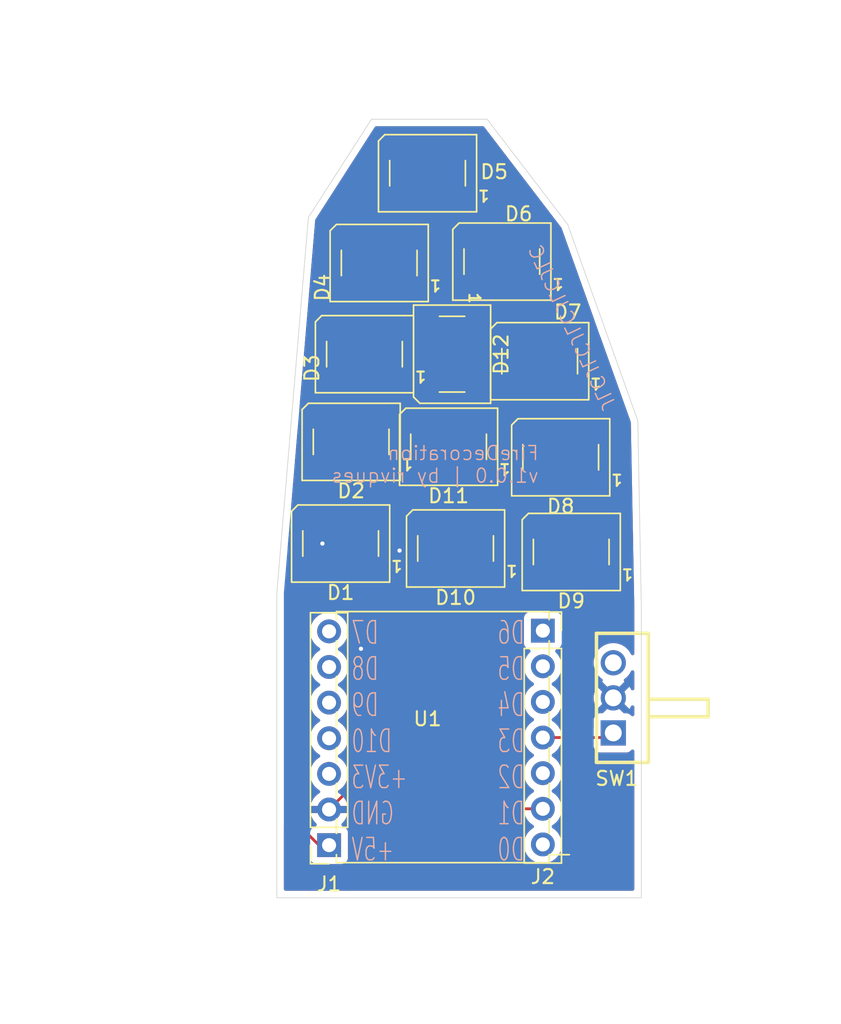
<source format=kicad_pcb>
(kicad_pcb (version 20241129) (generator "pcbnew") (generator_version "8.99")
  (title_block (title "Fire Decoration") (rev "0"))
  (layers (0 "F.Cu" signal) (2 "B.Cu" signal) (13 "F.Paste" user) (15 "B.Paste" user) (5 "F.SilkS" user "F.Silkscreen") (7 "B.SilkS" user "B.Silkscreen") (1 "F.Mask" user) (3 "B.Mask" user) (25 "Edge.Cuts" user))
  (net 0 "")
  (net 1 "GND")
  (net 2 "/D1")
  (net 3 "+5V")
  (net 4 "Net-(D1-DOUT)")
  (net 5 "Net-(D2-DOUT)")
  (net 6 "Net-(D3-DOUT)")
  (net 7 "Net-(D4-DOUT)")
  (net 8 "Net-(D5-DOUT)")
  (net 9 "Net-(D6-DOUT)")
  (net 10 "Net-(D7-DOUT)")
  (net 11 "Net-(D8-DOUT)")
  (net 12 "Net-(D10-DIN)")
  (net 13 "Net-(D10-DOUT)")
  (net 14 "Net-(D11-DOUT)")
  (net 16 "/D9")
  (net 17 "+3V3")
  (net 18 "/D8")
  (net 19 "/D10")
  (net 20 "/D7")
  (net 21 "/D2")
  (net 22 "/D4")
  (net 23 "/D5")
  (net 24 "/D0")
  (net 25 "/D6")
  (net 26 "/D3")
  (footprint "LED_SMD:LED_WS2812B_PLCC4_5.0x5.0mm_P3.2mm" (layer "F.Cu") (at 119 90.1 180)
    (property "Reference" "D8" (at 0 -3.5 0) (layer "F.SilkS"))
    (property "Value" "WS2812B")
    (fp_line (start 3.5 2.3) (end 3.5 -2.75) (stroke (width 0.12)) (layer "F.SilkS"))
    (fp_line (start 3.05 2.75) (end 3.5 2.3) (stroke (width 0.12)) (layer "F.SilkS"))
    (fp_line (start 2.7 0.9) (end 2.7 -0.9) (stroke (width 0.12)) (layer "F.SilkS"))
    (fp_line (start -2.7 0.9) (end -2.7 -0.9) (stroke (width 0.12)) (layer "F.SilkS"))
    (fp_line (start -3.5 2.75) (end 3.05 2.75) (stroke (width 0.12)) (layer "F.SilkS"))
    (fp_line (start -3.5 -2.75) (end 3.5 -2.75) (stroke (width 0.12)) (layer "F.SilkS"))
    (fp_line (start -3.5 -2.75) (end -3.5 2.75) (stroke (width 0.12)) (layer "F.SilkS"))
    (fp_text user "1" (at -4 -1.6 180) (layer "F.SilkS") (effects (font (size 0.8 0.8))))
    (pad "1" smd roundrect (at -2.45 -1.65 180) (size 1.5 0.9) (layers "F.Cu" "F.Mask" "F.Paste") (roundrect_rratio 0.1) (net 3 "+5V"))
    (pad "2" smd roundrect (at -2.45 1.65 180) (size 1.5 0.9) (layers "F.Cu" "F.Mask" "F.Paste") (roundrect_rratio 0.1) (net 11 "Net-(D8-DOUT)"))
    (pad "3" smd roundrect (at 2.45 1.65 180) (size 1.5 0.9) (layers "F.Cu" "F.Mask" "F.Paste") (roundrect_rratio 0.1) (net 1 "GND"))
    (pad "4" smd roundrect (at 2.45 -1.65 180) (size 1.5 0.9) (layers "F.Cu" "F.Mask" "F.Paste") (roundrect_rratio 0.1) (net 10 "Net-(D7-DOUT)"))
  )
  (footprint "LED_SMD:LED_WS2812B_PLCC4_5.0x5.0mm_P3.2mm" (layer "F.Cu") (at 111.25 82.75 -90)
    (property "Reference" "D12" (at 0 -3.5 90) (layer "F.SilkS"))
    (property "Value" "WS2812B")
    (fp_line (start -3.5 2.75) (end 3.05 2.75) (stroke (width 0.12)) (layer "F.SilkS"))
    (fp_line (start 3.05 2.75) (end 3.5 2.3) (stroke (width 0.12)) (layer "F.SilkS"))
    (fp_line (start 3.5 2.3) (end 3.5 -2.75) (stroke (width 0.12)) (layer "F.SilkS"))
    (fp_line (start -2.7 0.9) (end -2.7 -0.9) (stroke (width 0.12)) (layer "F.SilkS"))
    (fp_line (start 2.7 0.9) (end 2.7 -0.9) (stroke (width 0.12)) (layer "F.SilkS"))
    (fp_line (start -3.5 -2.75) (end -3.5 2.75) (stroke (width 0.12)) (layer "F.SilkS"))
    (fp_line (start -3.5 -2.75) (end 3.5 -2.75) (stroke (width 0.12)) (layer "F.SilkS"))
    (fp_text user "1" (at -4 -1.6 -90) (layer "F.SilkS") (effects (font (size 0.8 0.8))))
    (pad "1" smd roundrect (at -2.45 -1.65 270) (size 1.5 0.9) (layers "F.Cu" "F.Mask" "F.Paste") (roundrect_rratio 0.1) (net 3 "+5V"))
    (pad "2" smd roundrect (at -2.45 1.65 270) (size 1.5 0.9) (layers "F.Cu" "F.Mask" "F.Paste") (roundrect_rratio 0.1))
    (pad "3" smd roundrect (at 2.45 1.65 270) (size 1.5 0.9) (layers "F.Cu" "F.Mask" "F.Paste") (roundrect_rratio 0.1) (net 1 "GND"))
    (pad "4" smd roundrect (at 2.45 -1.65 270) (size 1.5 0.9) (layers "F.Cu" "F.Mask" "F.Paste") (roundrect_rratio 0.1) (net 14 "Net-(D11-DOUT)"))
  )
  (footprint "LED_SMD:LED_WS2812B_PLCC4_5.0x5.0mm_P3.2mm" (layer "F.Cu") (at 105 82.75 180)
    (property "Reference" "D3" (at 3.75 -1 90) (layer "F.SilkS"))
    (property "Value" "WS2812B")
    (fp_line (start 3.5 2.3) (end 3.5 -2.75) (stroke (width 0.12)) (layer "F.SilkS"))
    (fp_line (start 3.05 2.75) (end 3.5 2.3) (stroke (width 0.12)) (layer "F.SilkS"))
    (fp_line (start 2.7 0.9) (end 2.7 -0.9) (stroke (width 0.12)) (layer "F.SilkS"))
    (fp_line (start -2.7 0.9) (end -2.7 -0.9) (stroke (width 0.12)) (layer "F.SilkS"))
    (fp_line (start -3.5 2.75) (end 3.05 2.75) (stroke (width 0.12)) (layer "F.SilkS"))
    (fp_line (start -3.5 -2.75) (end 3.5 -2.75) (stroke (width 0.12)) (layer "F.SilkS"))
    (fp_line (start -3.5 -2.75) (end -3.5 2.75) (stroke (width 0.12)) (layer "F.SilkS"))
    (fp_text user "1" (at -4 -1.6 180) (layer "F.SilkS") (effects (font (size 0.8 0.8))))
    (pad "1" smd roundrect (at -2.45 -1.65 180) (size 1.5 0.9) (layers "F.Cu" "F.Mask" "F.Paste") (roundrect_rratio 0.1) (net 3 "+5V"))
    (pad "2" smd roundrect (at -2.45 1.65 180) (size 1.5 0.9) (layers "F.Cu" "F.Mask" "F.Paste") (roundrect_rratio 0.1) (net 6 "Net-(D3-DOUT)"))
    (pad "3" smd roundrect (at 2.45 1.65 180) (size 1.5 0.9) (layers "F.Cu" "F.Mask" "F.Paste") (roundrect_rratio 0.1) (net 1 "GND"))
    (pad "4" smd roundrect (at 2.45 -1.65 180) (size 1.5 0.9) (layers "F.Cu" "F.Mask" "F.Paste") (roundrect_rratio 0.1) (net 5 "Net-(D2-DOUT)"))
  )
  (footprint "Connector_PinSocket_2.54mm:PinSocket_1x07_P2.54mm_Vertical" (layer "F.Cu") (at 102.475 117.75 180)
    (property "Reference" "J1" (at 0 -2.77 0) (layer "F.SilkS"))
    (property "Value" "Conn_01x07")
    (fp_line (start 1.33 1.27) (end 1.33 16.57) (stroke (width 0.12)) (layer "F.SilkS"))
    (fp_line (start 1.33 -1.33) (end 1.33 0) (stroke (width 0.12)) (layer "F.SilkS"))
    (fp_line (start 0 -1.33) (end 1.33 -1.33) (stroke (width 0.12)) (layer "F.SilkS"))
    (fp_line (start -1.33 16.57) (end 1.33 16.57) (stroke (width 0.12)) (layer "F.SilkS"))
    (fp_line (start -1.33 1.27) (end 1.33 1.27) (stroke (width 0.12)) (layer "F.SilkS"))
    (fp_line (start -1.33 1.27) (end -1.33 16.57) (stroke (width 0.12)) (layer "F.SilkS"))
    (pad "1" thru_hole rect (at 0 0 180) (size 1.7 1.7) (drill 1) (layers "*.Cu" "*.Mask") (net 3 "+5V"))
    (pad "2" thru_hole oval (at 0 2.54 180) (size 1.7 1.7) (drill 1) (layers "*.Cu" "*.Mask") (net 1 "GND"))
    (pad "3" thru_hole oval (at 0 5.08 180) (size 1.7 1.7) (drill 1) (layers "*.Cu" "*.Mask") (net 17 "+3V3"))
    (pad "4" thru_hole oval (at 0 7.62 180) (size 1.7 1.7) (drill 1) (layers "*.Cu" "*.Mask") (net 19 "/D10"))
    (pad "5" thru_hole oval (at 0 10.16 180) (size 1.7 1.7) (drill 1) (layers "*.Cu" "*.Mask") (net 16 "/D9"))
    (pad "6" thru_hole oval (at 0 12.7 180) (size 1.7 1.7) (drill 1) (layers "*.Cu" "*.Mask") (net 18 "/D8"))
    (pad "7" thru_hole oval (at 0 15.24 180) (size 1.7 1.7) (drill 1) (layers "*.Cu" "*.Mask") (net 20 "/D7"))
  )
  (footprint "LED_SMD:LED_WS2812B_PLCC4_5.0x5.0mm_P3.2mm" (layer "F.Cu") (at 106.05 76.25 180)
    (property "Reference" "D4" (at 4.05 -1.75 90) (layer "F.SilkS"))
    (property "Value" "WS2812B")
    (fp_line (start 3.5 2.3) (end 3.5 -2.75) (stroke (width 0.12)) (layer "F.SilkS"))
    (fp_line (start 3.05 2.75) (end 3.5 2.3) (stroke (width 0.12)) (layer "F.SilkS"))
    (fp_line (start 2.7 0.9) (end 2.7 -0.9) (stroke (width 0.12)) (layer "F.SilkS"))
    (fp_line (start -2.7 0.9) (end -2.7 -0.9) (stroke (width 0.12)) (layer "F.SilkS"))
    (fp_line (start -3.5 2.75) (end 3.05 2.75) (stroke (width 0.12)) (layer "F.SilkS"))
    (fp_line (start -3.5 -2.75) (end 3.5 -2.75) (stroke (width 0.12)) (layer "F.SilkS"))
    (fp_line (start -3.5 -2.75) (end -3.5 2.75) (stroke (width 0.12)) (layer "F.SilkS"))
    (fp_text user "1" (at -4 -1.6 180) (layer "F.SilkS") (effects (font (size 0.8 0.8))))
    (pad "1" smd roundrect (at -2.45 -1.65 180) (size 1.5 0.9) (layers "F.Cu" "F.Mask" "F.Paste") (roundrect_rratio 0.1) (net 3 "+5V"))
    (pad "2" smd roundrect (at -2.45 1.65 180) (size 1.5 0.9) (layers "F.Cu" "F.Mask" "F.Paste") (roundrect_rratio 0.1) (net 7 "Net-(D4-DOUT)"))
    (pad "3" smd roundrect (at 2.45 1.65 180) (size 1.5 0.9) (layers "F.Cu" "F.Mask" "F.Paste") (roundrect_rratio 0.1) (net 1 "GND"))
    (pad "4" smd roundrect (at 2.45 -1.65 180) (size 1.5 0.9) (layers "F.Cu" "F.Mask" "F.Paste") (roundrect_rratio 0.1) (net 6 "Net-(D3-DOUT)"))
  )
  (footprint "LED_SMD:LED_WS2812B_PLCC4_5.0x5.0mm_P3.2mm" (layer "F.Cu") (at 114.8 76.15 180)
    (property "Reference" "D6" (at -1.2 3.4 0) (layer "F.SilkS"))
    (property "Value" "WS2812B")
    (fp_line (start 3.5 2.3) (end 3.5 -2.75) (stroke (width 0.12)) (layer "F.SilkS"))
    (fp_line (start 3.05 2.75) (end 3.5 2.3) (stroke (width 0.12)) (layer "F.SilkS"))
    (fp_line (start 2.7 0.9) (end 2.7 -0.9) (stroke (width 0.12)) (layer "F.SilkS"))
    (fp_line (start -2.7 0.9) (end -2.7 -0.9) (stroke (width 0.12)) (layer "F.SilkS"))
    (fp_line (start -3.5 2.75) (end 3.05 2.75) (stroke (width 0.12)) (layer "F.SilkS"))
    (fp_line (start -3.5 -2.75) (end 3.5 -2.75) (stroke (width 0.12)) (layer "F.SilkS"))
    (fp_line (start -3.5 -2.75) (end -3.5 2.75) (stroke (width 0.12)) (layer "F.SilkS"))
    (fp_text user "1" (at -4 -1.6 180) (layer "F.SilkS") (effects (font (size 0.8 0.8))))
    (pad "1" smd roundrect (at -2.45 -1.65 180) (size 1.5 0.9) (layers "F.Cu" "F.Mask" "F.Paste") (roundrect_rratio 0.1) (net 3 "+5V"))
    (pad "2" smd roundrect (at -2.45 1.65 180) (size 1.5 0.9) (layers "F.Cu" "F.Mask" "F.Paste") (roundrect_rratio 0.1) (net 9 "Net-(D6-DOUT)"))
    (pad "3" smd roundrect (at 2.45 1.65 180) (size 1.5 0.9) (layers "F.Cu" "F.Mask" "F.Paste") (roundrect_rratio 0.1) (net 1 "GND"))
    (pad "4" smd roundrect (at 2.45 -1.65 180) (size 1.5 0.9) (layers "F.Cu" "F.Mask" "F.Paste") (roundrect_rratio 0.1) (net 8 "Net-(D5-DOUT)"))
  )
  (footprint "LED_SMD:LED_WS2812B_PLCC4_5.0x5.0mm_P3.2mm" (layer "F.Cu") (at 109.5 69.85 180)
    (property "Reference" "D5" (at -4.75 0.1 0) (layer "F.SilkS"))
    (property "Value" "WS2812B")
    (fp_line (start 3.5 2.3) (end 3.5 -2.75) (stroke (width 0.12)) (layer "F.SilkS"))
    (fp_line (start 3.05 2.75) (end 3.5 2.3) (stroke (width 0.12)) (layer "F.SilkS"))
    (fp_line (start 2.7 0.9) (end 2.7 -0.9) (stroke (width 0.12)) (layer "F.SilkS"))
    (fp_line (start -2.7 0.9) (end -2.7 -0.9) (stroke (width 0.12)) (layer "F.SilkS"))
    (fp_line (start -3.5 2.75) (end 3.05 2.75) (stroke (width 0.12)) (layer "F.SilkS"))
    (fp_line (start -3.5 -2.75) (end 3.5 -2.75) (stroke (width 0.12)) (layer "F.SilkS"))
    (fp_line (start -3.5 -2.75) (end -3.5 2.75) (stroke (width 0.12)) (layer "F.SilkS"))
    (fp_text user "1" (at -4 -1.6 180) (layer "F.SilkS") (effects (font (size 0.8 0.8))))
    (pad "1" smd roundrect (at -2.45 -1.65 180) (size 1.5 0.9) (layers "F.Cu" "F.Mask" "F.Paste") (roundrect_rratio 0.1) (net 3 "+5V"))
    (pad "2" smd roundrect (at -2.45 1.65 180) (size 1.5 0.9) (layers "F.Cu" "F.Mask" "F.Paste") (roundrect_rratio 0.1) (net 8 "Net-(D5-DOUT)"))
    (pad "3" smd roundrect (at 2.45 1.65 180) (size 1.5 0.9) (layers "F.Cu" "F.Mask" "F.Paste") (roundrect_rratio 0.1) (net 1 "GND"))
    (pad "4" smd roundrect (at 2.45 -1.65 180) (size 1.5 0.9) (layers "F.Cu" "F.Mask" "F.Paste") (roundrect_rratio 0.1) (net 7 "Net-(D4-DOUT)"))
  )
  (footprint "easyeda2kicad:SW-TH_K3-1260D-L1" (layer "F.Cu") (at 122.75 107.25 180)
    (property "Reference" "SW1" (at -0.25 -5.75 0) (layer "F.SilkS"))
    (property "Value" "K3-1260D-L1")
    (fp_line (start 1.2 4.6) (end 1.2 -4.6) (stroke (width 0.25)) (layer "F.SilkS"))
    (fp_line (start 1.2 4.6) (end -2.5 4.6) (stroke (width 0.25)) (layer "F.SilkS"))
    (fp_line (start -2.5 -0.1) (end -6.77 -0.1) (stroke (width 0.25)) (layer "F.SilkS"))
    (fp_line (start -2.5 -4.6) (end 1.2 -4.6) (stroke (width 0.25)) (layer "F.SilkS"))
    (fp_line (start -2.5 -4.6) (end -2.5 4.6) (stroke (width 0.25)) (layer "F.SilkS"))
    (fp_line (start -6.77 -0.1) (end -6.77 -1.35) (stroke (width 0.25)) (layer "F.SilkS"))
    (fp_line (start -6.77 -1.35) (end -2.5 -1.35) (stroke (width 0.25)) (layer "F.SilkS"))
    (pad "1" thru_hole rect (at 0 -2.5 90) (size 1.8 1.8) (drill 1.199998) (layers "*.Cu" "*.Mask") (net 26 "/D3"))
    (pad "2" thru_hole circle (at 0 0 90) (size 1.8 1.8) (drill 1.199998) (layers "*.Cu" "*.Mask") (net 1 "GND"))
    (pad "3" thru_hole circle (at 0 2.5 90) (size 1.8 1.8) (drill 1.199998) (layers "*.Cu" "*.Mask"))
  )
  (footprint "RF_Module:xiao_esp32c3" (layer "F.Cu") (at 109.5 108.25 180)
    (property "Reference" "U1" (at 0 -0.5 0) (layer "F.SilkS"))
    (property "Value" "XIAO ESP32C3")
    (fp_line (start 6.5 6.58) (end 6.5 7.15) (stroke (width 0.12)) (layer "F.SilkS"))
    (fp_line (start 6.5 4.04) (end 6.5 5.06) (stroke (width 0.12)) (layer "F.SilkS"))
    (fp_line (start 6.5 1.5) (end 6.5 2.52) (stroke (width 0.12)) (layer "F.SilkS"))
    (fp_line (start 6.5 -1.04) (end 6.5 -0.02) (stroke (width 0.12)) (layer "F.SilkS"))
    (fp_line (start 6.5 -3.58) (end 6.5 -2.56) (stroke (width 0.12)) (layer "F.SilkS"))
    (fp_line (start 6.5 -6.12) (end 6.5 -5.1) (stroke (width 0.12)) (layer "F.SilkS"))
    (fp_line (start 6.5 -8.66) (end 6.5 -7.64) (stroke (width 0.12)) (layer "F.SilkS"))
    (fp_line (start 6.5 -10.75) (end 6.5 -10.18) (stroke (width 0.12)) (layer "F.SilkS"))
    (fp_line (start -8.675 7.15) (end 6.5 7.15) (stroke (width 0.12)) (layer "F.SilkS"))
    (fp_line (start -8.675 6.58) (end -8.675 7.15) (stroke (width 0.12)) (layer "F.SilkS"))
    (fp_line (start -8.675 4.04) (end -8.675 5.06) (stroke (width 0.12)) (layer "F.SilkS"))
    (fp_line (start -8.675 1.5) (end -8.675 2.52) (stroke (width 0.12)) (layer "F.SilkS"))
    (fp_line (start -8.675 -1.04) (end -8.675 -0.02) (stroke (width 0.12)) (layer "F.SilkS"))
    (fp_line (start -8.675 -3.58) (end -8.675 -2.56) (stroke (width 0.12)) (layer "F.SilkS"))
    (fp_line (start -8.675 -6.12) (end -8.675 -5.1) (stroke (width 0.12)) (layer "F.SilkS"))
    (fp_line (start -8.675 -8.66) (end -8.675 -7.64) (stroke (width 0.12)) (layer "F.SilkS"))
    (fp_line (start -8.675 -10.75) (end 6.5 -10.75) (stroke (width 0.12)) (layer "F.SilkS"))
    (fp_line (start -8.675 -10.75) (end -8.675 -10.18) (stroke (width 0.12)) (layer "F.SilkS"))
    (fp_line (start -10.115 -10.18) (end -8.675 -10.18) (stroke (width 0.12)) (layer "F.SilkS"))
  )
  (footprint "LED_SMD:LED_WS2812B_PLCC4_5.0x5.0mm_P3.2mm" (layer "F.Cu") (at 104.05 89 180)
    (property "Reference" "D2" (at 0 -3.5 0) (layer "F.SilkS"))
    (property "Value" "WS2812B")
    (fp_line (start 3.5 2.3) (end 3.5 -2.75) (stroke (width 0.12)) (layer "F.SilkS"))
    (fp_line (start 3.05 2.75) (end 3.5 2.3) (stroke (width 0.12)) (layer "F.SilkS"))
    (fp_line (start 2.7 0.9) (end 2.7 -0.9) (stroke (width 0.12)) (layer "F.SilkS"))
    (fp_line (start -2.7 0.9) (end -2.7 -0.9) (stroke (width 0.12)) (layer "F.SilkS"))
    (fp_line (start -3.5 2.75) (end 3.05 2.75) (stroke (width 0.12)) (layer "F.SilkS"))
    (fp_line (start -3.5 -2.75) (end 3.5 -2.75) (stroke (width 0.12)) (layer "F.SilkS"))
    (fp_line (start -3.5 -2.75) (end -3.5 2.75) (stroke (width 0.12)) (layer "F.SilkS"))
    (fp_text user "1" (at -4 -1.6 180) (layer "F.SilkS") (effects (font (size 0.8 0.8))))
    (pad "1" smd roundrect (at -2.45 -1.65 180) (size 1.5 0.9) (layers "F.Cu" "F.Mask" "F.Paste") (roundrect_rratio 0.1) (net 3 "+5V"))
    (pad "2" smd roundrect (at -2.45 1.65 180) (size 1.5 0.9) (layers "F.Cu" "F.Mask" "F.Paste") (roundrect_rratio 0.1) (net 5 "Net-(D2-DOUT)"))
    (pad "3" smd roundrect (at 2.45 1.65 180) (size 1.5 0.9) (layers "F.Cu" "F.Mask" "F.Paste") (roundrect_rratio 0.1) (net 1 "GND"))
    (pad "4" smd roundrect (at 2.45 -1.65 180) (size 1.5 0.9) (layers "F.Cu" "F.Mask" "F.Paste") (roundrect_rratio 0.1) (net 4 "Net-(D1-DOUT)"))
  )
  (footprint "LED_SMD:LED_WS2812B_PLCC4_5.0x5.0mm_P3.2mm" (layer "F.Cu") (at 111 89.35 180)
    (property "Reference" "D11" (at 0 -3.5 0) (layer "F.SilkS"))
    (property "Value" "WS2812B")
    (fp_line (start 3.5 2.3) (end 3.5 -2.75) (stroke (width 0.12)) (layer "F.SilkS"))
    (fp_line (start 3.05 2.75) (end 3.5 2.3) (stroke (width 0.12)) (layer "F.SilkS"))
    (fp_line (start 2.7 0.9) (end 2.7 -0.9) (stroke (width 0.12)) (layer "F.SilkS"))
    (fp_line (start -2.7 0.9) (end -2.7 -0.9) (stroke (width 0.12)) (layer "F.SilkS"))
    (fp_line (start -3.5 2.75) (end 3.05 2.75) (stroke (width 0.12)) (layer "F.SilkS"))
    (fp_line (start -3.5 -2.75) (end 3.5 -2.75) (stroke (width 0.12)) (layer "F.SilkS"))
    (fp_line (start -3.5 -2.75) (end -3.5 2.75) (stroke (width 0.12)) (layer "F.SilkS"))
    (fp_text user "1" (at -4 -1.6 180) (layer "F.SilkS") (effects (font (size 0.8 0.8))))
    (pad "1" smd roundrect (at -2.45 -1.65 180) (size 1.5 0.9) (layers "F.Cu" "F.Mask" "F.Paste") (roundrect_rratio 0.1) (net 3 "+5V"))
    (pad "2" smd roundrect (at -2.45 1.65 180) (size 1.5 0.9) (layers "F.Cu" "F.Mask" "F.Paste") (roundrect_rratio 0.1) (net 14 "Net-(D11-DOUT)"))
    (pad "3" smd roundrect (at 2.45 1.65 180) (size 1.5 0.9) (layers "F.Cu" "F.Mask" "F.Paste") (roundrect_rratio 0.1) (net 1 "GND"))
    (pad "4" smd roundrect (at 2.45 -1.65 180) (size 1.5 0.9) (layers "F.Cu" "F.Mask" "F.Paste") (roundrect_rratio 0.1) (net 13 "Net-(D10-DOUT)"))
  )
  (footprint "Connector_PinSocket_2.54mm:PinSocket_1x07_P2.54mm_Vertical" (layer "F.Cu") (at 117.725 102.46)
    (property "Reference" "J2" (at 0 17.54 0) (layer "F.SilkS"))
    (property "Value" "Conn_01x07")
    (fp_line (start -1.33 1.27) (end -1.33 16.57) (stroke (width 0.12)) (layer "F.SilkS"))
    (fp_line (start -1.33 1.27) (end 1.33 1.27) (stroke (width 0.12)) (layer "F.SilkS"))
    (fp_line (start -1.33 16.57) (end 1.33 16.57) (stroke (width 0.12)) (layer "F.SilkS"))
    (fp_line (start 0 -1.33) (end 1.33 -1.33) (stroke (width 0.12)) (layer "F.SilkS"))
    (fp_line (start 1.33 -1.33) (end 1.33 0) (stroke (width 0.12)) (layer "F.SilkS"))
    (fp_line (start 1.33 1.27) (end 1.33 16.57) (stroke (width 0.12)) (layer "F.SilkS"))
    (pad "1" thru_hole rect (at 0 0) (size 1.7 1.7) (drill 1) (layers "*.Cu" "*.Mask") (net 25 "/D6"))
    (pad "2" thru_hole oval (at 0 2.54) (size 1.7 1.7) (drill 1) (layers "*.Cu" "*.Mask") (net 23 "/D5"))
    (pad "3" thru_hole oval (at 0 5.08) (size 1.7 1.7) (drill 1) (layers "*.Cu" "*.Mask") (net 22 "/D4"))
    (pad "4" thru_hole oval (at 0 7.62) (size 1.7 1.7) (drill 1) (layers "*.Cu" "*.Mask") (net 26 "/D3"))
    (pad "5" thru_hole oval (at 0 10.16) (size 1.7 1.7) (drill 1) (layers "*.Cu" "*.Mask") (net 21 "/D2"))
    (pad "6" thru_hole oval (at 0 12.7) (size 1.7 1.7) (drill 1) (layers "*.Cu" "*.Mask") (net 2 "/D1"))
    (pad "7" thru_hole oval (at 0 15.24) (size 1.7 1.7) (drill 1) (layers "*.Cu" "*.Mask") (net 24 "/D0"))
  )
  (footprint "LED_SMD:LED_WS2812B_PLCC4_5.0x5.0mm_P3.2mm" (layer "F.Cu") (at 111.5 96.6 180)
    (property "Reference" "D10" (at 0 -3.5 0) (layer "F.SilkS"))
    (property "Value" "WS2812B")
    (fp_line (start 3.5 2.3) (end 3.5 -2.75) (stroke (width 0.12)) (layer "F.SilkS"))
    (fp_line (start 3.05 2.75) (end 3.5 2.3) (stroke (width 0.12)) (layer "F.SilkS"))
    (fp_line (start 2.7 0.9) (end 2.7 -0.9) (stroke (width 0.12)) (layer "F.SilkS"))
    (fp_line (start -2.7 0.9) (end -2.7 -0.9) (stroke (width 0.12)) (layer "F.SilkS"))
    (fp_line (start -3.5 2.75) (end 3.05 2.75) (stroke (width 0.12)) (layer "F.SilkS"))
    (fp_line (start -3.5 -2.75) (end 3.5 -2.75) (stroke (width 0.12)) (layer "F.SilkS"))
    (fp_line (start -3.5 -2.75) (end -3.5 2.75) (stroke (width 0.12)) (layer "F.SilkS"))
    (fp_text user "1" (at -4 -1.6 180) (layer "F.SilkS") (effects (font (size 0.8 0.8))))
    (pad "1" smd roundrect (at -2.45 -1.65 180) (size 1.5 0.9) (layers "F.Cu" "F.Mask" "F.Paste") (roundrect_rratio 0.1) (net 3 "+5V"))
    (pad "2" smd roundrect (at -2.45 1.65 180) (size 1.5 0.9) (layers "F.Cu" "F.Mask" "F.Paste") (roundrect_rratio 0.1) (net 13 "Net-(D10-DOUT)"))
    (pad "3" smd roundrect (at 2.45 1.65 180) (size 1.5 0.9) (layers "F.Cu" "F.Mask" "F.Paste") (roundrect_rratio 0.1) (net 1 "GND"))
    (pad "4" smd roundrect (at 2.45 -1.65 180) (size 1.5 0.9) (layers "F.Cu" "F.Mask" "F.Paste") (roundrect_rratio 0.1) (net 12 "Net-(D10-DIN)"))
  )
  (footprint "LED_SMD:LED_WS2812B_PLCC4_5.0x5.0mm_P3.2mm" (layer "F.Cu") (at 103.3 96.25 180)
    (property "Reference" "D1" (at 0 -3.5 0) (layer "F.SilkS"))
    (property "Value" "WS2812B")
    (fp_line (start 3.5 2.3) (end 3.5 -2.75) (stroke (width 0.12)) (layer "F.SilkS"))
    (fp_line (start 3.05 2.75) (end 3.5 2.3) (stroke (width 0.12)) (layer "F.SilkS"))
    (fp_line (start 2.7 0.9) (end 2.7 -0.9) (stroke (width 0.12)) (layer "F.SilkS"))
    (fp_line (start -2.7 0.9) (end -2.7 -0.9) (stroke (width 0.12)) (layer "F.SilkS"))
    (fp_line (start -3.5 2.75) (end 3.05 2.75) (stroke (width 0.12)) (layer "F.SilkS"))
    (fp_line (start -3.5 -2.75) (end 3.5 -2.75) (stroke (width 0.12)) (layer "F.SilkS"))
    (fp_line (start -3.5 -2.75) (end -3.5 2.75) (stroke (width 0.12)) (layer "F.SilkS"))
    (fp_text user "1" (at -4 -1.6 180) (layer "F.SilkS") (effects (font (size 0.8 0.8))))
    (pad "1" smd roundrect (at -2.45 -1.65 180) (size 1.5 0.9) (layers "F.Cu" "F.Mask" "F.Paste") (roundrect_rratio 0.1) (net 3 "+5V"))
    (pad "2" smd roundrect (at -2.45 1.65 180) (size 1.5 0.9) (layers "F.Cu" "F.Mask" "F.Paste") (roundrect_rratio 0.1) (net 4 "Net-(D1-DOUT)"))
    (pad "3" smd roundrect (at 2.45 1.65 180) (size 1.5 0.9) (layers "F.Cu" "F.Mask" "F.Paste") (roundrect_rratio 0.1) (net 1 "GND"))
    (pad "4" smd roundrect (at 2.45 -1.65 180) (size 1.5 0.9) (layers "F.Cu" "F.Mask" "F.Paste") (roundrect_rratio 0.1) (net 2 "/D1"))
  )
  (footprint "LED_SMD:LED_WS2812B_PLCC4_5.0x5.0mm_P3.2mm" (layer "F.Cu") (at 119.75 96.85 180)
    (property "Reference" "D9" (at 0 -3.5 0) (layer "F.SilkS"))
    (property "Value" "WS2812B")
    (fp_line (start 3.5 2.3) (end 3.5 -2.75) (stroke (width 0.12)) (layer "F.SilkS"))
    (fp_line (start 3.05 2.75) (end 3.5 2.3) (stroke (width 0.12)) (layer "F.SilkS"))
    (fp_line (start 2.7 0.9) (end 2.7 -0.9) (stroke (width 0.12)) (layer "F.SilkS"))
    (fp_line (start -2.7 0.9) (end -2.7 -0.9) (stroke (width 0.12)) (layer "F.SilkS"))
    (fp_line (start -3.5 2.75) (end 3.05 2.75) (stroke (width 0.12)) (layer "F.SilkS"))
    (fp_line (start -3.5 -2.75) (end 3.5 -2.75) (stroke (width 0.12)) (layer "F.SilkS"))
    (fp_line (start -3.5 -2.75) (end -3.5 2.75) (stroke (width 0.12)) (layer "F.SilkS"))
    (fp_text user "1" (at -4 -1.6 180) (layer "F.SilkS") (effects (font (size 0.8 0.8))))
    (pad "1" smd roundrect (at -2.45 -1.65 180) (size 1.5 0.9) (layers "F.Cu" "F.Mask" "F.Paste") (roundrect_rratio 0.1) (net 3 "+5V"))
    (pad "2" smd roundrect (at -2.45 1.65 180) (size 1.5 0.9) (layers "F.Cu" "F.Mask" "F.Paste") (roundrect_rratio 0.1) (net 12 "Net-(D10-DIN)"))
    (pad "3" smd roundrect (at 2.45 1.65 180) (size 1.5 0.9) (layers "F.Cu" "F.Mask" "F.Paste") (roundrect_rratio 0.1) (net 1 "GND"))
    (pad "4" smd roundrect (at 2.45 -1.65 180) (size 1.5 0.9) (layers "F.Cu" "F.Mask" "F.Paste") (roundrect_rratio 0.1) (net 11 "Net-(D8-DOUT)"))
  )
  (footprint "LED_SMD:LED_WS2812B_PLCC4_5.0x5.0mm_P3.2mm" (layer "F.Cu") (at 117.5 83.25 180)
    (property "Reference" "D7" (at -2 3.5 0) (layer "F.SilkS"))
    (property "Value" "WS2812B")
    (fp_line (start 3.5 2.3) (end 3.5 -2.75) (stroke (width 0.12)) (layer "F.SilkS"))
    (fp_line (start 3.05 2.75) (end 3.5 2.3) (stroke (width 0.12)) (layer "F.SilkS"))
    (fp_line (start 2.7 0.9) (end 2.7 -0.9) (stroke (width 0.12)) (layer "F.SilkS"))
    (fp_line (start -2.7 0.9) (end -2.7 -0.9) (stroke (width 0.12)) (layer "F.SilkS"))
    (fp_line (start -3.5 2.75) (end 3.05 2.75) (stroke (width 0.12)) (layer "F.SilkS"))
    (fp_line (start -3.5 -2.75) (end 3.5 -2.75) (stroke (width 0.12)) (layer "F.SilkS"))
    (fp_line (start -3.5 -2.75) (end -3.5 2.75) (stroke (width 0.12)) (layer "F.SilkS"))
    (fp_text user "1" (at -4 -1.6 180) (layer "F.SilkS") (effects (font (size 0.8 0.8))))
    (pad "1" smd roundrect (at -2.45 -1.65 180) (size 1.5 0.9) (layers "F.Cu" "F.Mask" "F.Paste") (roundrect_rratio 0.1) (net 3 "+5V"))
    (pad "2" smd roundrect (at -2.45 1.65 180) (size 1.5 0.9) (layers "F.Cu" "F.Mask" "F.Paste") (roundrect_rratio 0.1) (net 10 "Net-(D7-DOUT)"))
    (pad "3" smd roundrect (at 2.45 1.65 180) (size 1.5 0.9) (layers "F.Cu" "F.Mask" "F.Paste") (roundrect_rratio 0.1) (net 1 "GND"))
    (pad "4" smd roundrect (at 2.45 -1.65 180) (size 1.5 0.9) (layers "F.Cu" "F.Mask" "F.Paste") (roundrect_rratio 0.1) (net 9 "Net-(D6-DOUT)"))
  )
  (gr_line (start 98.75 99.75) (end 101 73) (stroke (width 0.05)) (layer "Edge.Cuts"))
  (gr_line (start 119.5 73.5) (end 124.5 87.5) (stroke (width 0.05)) (layer "Edge.Cuts"))
  (gr_line (start 124.5 87.5) (end 124.75 100.75) (stroke (width 0.05)) (layer "Edge.Cuts"))
  (gr_line (start 105.5 66) (end 113.75 66) (stroke (width 0.05)) (layer "Edge.Cuts"))
  (gr_line (start 98.75 121.5) (end 98.75 99.75) (stroke (width 0.05)) (layer "Edge.Cuts"))
  (gr_line (start 113.75 66) (end 119.5 73.5) (stroke (width 0.05)) (layer "Edge.Cuts"))
  (gr_line (start 101 73) (end 105.5 66) (stroke (width 0.05)) (layer "Edge.Cuts"))
  (gr_line (start 124.75 121.5) (end 124.75 100.75) (stroke (width 0.05)) (layer "Edge.Cuts"))
  (gr_line (start 98.75 121.5) (end 124.75 121.5) (stroke (width 0.05)) (layer "Edge.Cuts"))
  (gr_text "D6\nD5\nD4\nD3\nD2\nD1\nD0" (at 116.5 119 0) (layer "B.SilkS") (effects (font (size 1.6 1) (thickness 0.1)) (justify left bottom mirror)))
  (gr_text "D7\nD8\nD9\nD10\n+3V3\nGND\n+5V" (at 104 119 0) (layer "B.SilkS") (effects (font (size 1.6 1) (thickness 0.1)) (justify right bottom mirror)))
  (gr_text "FireDecoration\nv1.0.0 | by rivques" (at 117.5 92 0) (layer "B.SilkS") (effects (font (size 1 1) (thickness 0.1)) (justify left bottom mirror)))
  (gr_text "JLCJLCJLCJLCJLC" (at 122 87 295) (layer "B.SilkS") (effects (font (size 1 1) (thickness 0.1)) (justify left bottom mirror)))
  (segment (start 109.551 77.375548) (end 106.775452 74.6) (width 0.2) (layer "F.Cu") (net 1))
  (segment (start 114.774452 95.701) (end 115.001 95.474452) (width 0.2) (layer "F.Cu") (net 1))
  (segment (start 114.401 85.651) (end 114.225548 85.651) (width 0.2) (layer "F.Cu") (net 1))
  (segment (start 101.725548 83.649) (end 101.499 83.875548) (width 0.2) (layer "F.Cu") (net 1))
  (segment (start 113.125548 95.701) (end 114.774452 95.701) (width 0.2) (layer "F.Cu") (net 1))
  (segment (start 112.899 95.399) (end 112.899 95.474452) (width 0.2) (layer "F.Cu") (net 1))
  (segment (start 113.174452 78.551) (end 113.401 78.324452) (width 0.2) (layer "F.Cu") (net 1))
  (segment (start 109.551 77.4839) (end 109.551 77.375548) (width 0.2) (layer "F.Cu") (net 1))
  (segment (start 113.401 78.324452) (end 113.401 75.551) (width 0.2) (layer "F.Cu") (net 1))
  (segment (start 115.499 92.274452) (end 115.499 89.501) (width 0.2) (layer "F.Cu") (net 1))
  (segment (start 101.6 89.4) (end 101.101 89.899) (width 0.2) (layer "F.Cu") (net 1))
  (segment (start 115.001 95.474452) (end 115.001 95.2) (width 0.2) (layer "F.Cu") (net 1))
  (segment (start 104.75 103.75) (end 104.75 112.935) (width 0.2) (layer "F.Cu") (net 1))
  (segment (start 112.375548 79.249) (end 112.374548 79.25) (width 0.2) (layer "F.Cu") (net 1))
  (segment (start 113.999 85.424452) (end 113.999 82.651) (width 0.2) (layer "F.Cu") (net 1))
  (segment (start 112.826452 79.249) (end 112.375548 79.249) (width 0.2) (layer "F.Cu") (net 1))
  (segment (start 113.151 78.551) (end 113.174452 78.551) (width 0.2) (layer "F.Cu") (net 1))
  (segment (start 116.55 88.45) (end 116.55 87.8) (width 0.2) (layer "F.Cu") (net 1))
  (segment (start 107.05 68.2) (end 107.05 69.95) (width 0.2) (layer "F.Cu") (net 1))
  (segment (start 116.251 92.501) (end 115.725548 92.501) (width 0.2) (layer "F.Cu") (net 1))
  (segment (start 101.499 87.249) (end 101.6 87.35) (width 0.2) (layer "F.Cu") (net 1))
  (segment (start 115.725548 92.501) (end 115.499 92.274452) (width 0.2) (layer "F.Cu") (net 1))
  (segment (start 106.775452 74.6) (end 103.6 74.6) (width 0.2) (layer "F.Cu") (net 1))
  (segment (start 115.001 95.2) (end 117.3 95.2) (width 0.2) (layer "F.Cu") (net 1))
  (segment (start 117.3 93.55) (end 116.251 92.501) (width 0.2) (layer "F.Cu") (net 1))
  (segment (start 109.6 86.65) (end 108.55 87.7) (width 0.2) (layer "F.Cu") (net 1))
  (segment (start 112.374548 79.25) (end 111.3171 79.25) (width 0.2) (layer "F.Cu") (net 1))
  (segment (start 100.549 90.125548) (end 100.549 94.299) (width 0.2) (layer "F.Cu") (net 1))
  (segment (start 100.85 94.6) (end 100.85 95.1) (width 0.2) (layer "F.Cu") (net 1))
  (segment (start 112.45 94.95) (end 112.899 95.399) (width 0.2) (layer "F.Cu") (net 1))
  (segment (start 106.251 70.749) (end 106.225548 70.749) (width 0.2) (layer "F.Cu") (net 1))
  (segment (start 103.6 74.6) (end 103.6 76.65) (width 0.2) (layer "F.Cu") (net 1))
  (segment (start 113.151 78.924452) (end 113.151 78.551) (width 0.2) (layer "F.Cu") (net 1))
  (segment (start 104.7 85.2) (end 103.601 84.101) (width 0.2) (layer "F.Cu") (net 1))
  (segment (start 102.775548 77.149) (end 102.55 77.374548) (width 0.2) (layer "F.Cu") (net 1))
  (segment (start 102.55 77.374548) (end 102.55 81.1) (width 0.2) (layer "F.Cu") (net 1))
  (segment (start 100.85 95.1) (end 102 96.25) (width 0.2) (layer "F.Cu") (net 1))
  (segment (start 104.75 112.935) (end 102.475 115.21) (width 0.2) (layer "F.Cu") (net 1))
  (segment (start 113.401 75.551) (end 112.35 74.5) (width 0.2) (layer "F.Cu") (net 1))
  (segment (start 102.55 81.1) (end 102.55 82.75) (width 0.2) (layer "F.Cu") (net 1))
  (segment (start 102.55 82.95) (end 101.851 83.649) (width 0.2) (layer "F.Cu") (net 1))
  (segment (start 103.6 76.65) (end 103.101 77.149) (width 0.2) (layer "F.Cu") (net 1))
  (segment (start 100.549 94.299) (end 100.85 94.6) (width 0.2) (layer "F.Cu") (net 1))
  (segment (start 109.05 94.95) (end 112.45 94.95) (width 0.2) (layer "F.Cu") (net 1))
  (segment (start 114.225548 85.651) (end 113.999 85.424452) (width 0.2) (layer "F.Cu") (net 1))
  (segment (start 101.499 83.875548) (end 101.499 87.249) (width 0.2) (layer "F.Cu") (net 1))
  (segment (start 109.6 85.2) (end 104.7 85.2) (width 0.2) (layer "F.Cu") (net 1))
  (segment (start 103.101 77.149) (end 102.775548 77.149) (width 0.2) (layer "F.Cu") (net 1))
  (segment (start 101.101 89.899) (end 100.775548 89.899) (width 0.2) (layer "F.Cu") (net 1))
  (segment (start 109.05 94.95) (end 109.05 95.2) (width 0.2) (layer "F.Cu") (net 1))
  (segment (start 109.05 95.2) (end 107.5 96.75) (width 0.2) (layer "F.Cu") (net 1))
  (segment (start 113.999 82.651) (end 115.05 81.6) (width 0.2) (layer "F.Cu") (net 1))
  (segment (start 101.851 83.649) (end 101.725548 83.649) (width 0.2) (layer "F.Cu") (net 1))
  (segment (start 113.151 78.924452) (end 112.826452 79.249) (width 0.2) (layer "F.Cu") (net 1))
  (segment (start 111.3171 79.25) (end 109.551 77.4839) (width 0.2) (layer "F.Cu") (net 1))
  (segment (start 112.899 95.474452) (end 113.125548 95.701) (width 0.2) (layer "F.Cu") (net 1))
  (segment (start 115.499 89.501) (end 116.55 88.45) (width 0.2) (layer "F.Cu") (net 1))
  (segment (start 117.3 95.2) (end 117.3 93.55) (width 0.2) (layer "F.Cu") (net 1))
  (segment (start 103.601 83.801) (end 102.55 82.75) (width 0.2) (layer "F.Cu") (net 1))
  (segment (start 100.775548 89.899) (end 100.549 90.125548) (width 0.2) (layer "F.Cu") (net 1))
  (segment (start 103.601 84.101) (end 103.601 83.801) (width 0.2) (layer "F.Cu") (net 1))
  (segment (start 106.225548 70.749) (end 103.6 73.374548) (width 0.2) (layer "F.Cu") (net 1))
  (segment (start 102.55 82.75) (end 102.55 82.95) (width 0.2) (layer "F.Cu") (net 1))
  (segment (start 109.6 85.2) (end 109.6 86.65) (width 0.2) (layer "F.Cu") (net 1))
  (segment (start 101.6 87.35) (end 101.6 89.4) (width 0.2) (layer "F.Cu") (net 1))
  (segment (start 103.6 73.374548) (end 103.6 74.6) (width 0.2) (layer "F.Cu") (net 1))
  (segment (start 107.05 69.95) (end 106.251 70.749) (width 0.2) (layer "F.Cu") (net 1))
  (segment (start 116.55 87.8) (end 114.401 85.651) (width 0.2) (layer "F.Cu") (net 1))
  (via (at 107.5 96.75) (size 0.6) (drill 0.3) (layers "F.Cu" "B.Cu") (net 1))
  (via (at 102 96.25) (size 0.6) (drill 0.3) (layers "F.Cu" "B.Cu") (net 1))
  (via (at 104.75 103.75) (size 0.6) (drill 0.3) (layers "F.Cu" "B.Cu") (net 1))
  (segment (start 113.5 99) (end 114.75 100.25) (width 0.2) (layer "B.Cu") (net 1))
  (segment (start 120.75 105.25) (end 122.75 107.25) (width 0.2) (layer "B.Cu") (net 1))
  (segment (start 104.75 99) (end 113.5 99) (width 0.2) (layer "B.Cu") (net 1))
  (segment (start 120.75 101.75) (end 120.75 105.25) (width 0.2) (layer "B.Cu") (net 1))
  (segment (start 107.5 96.75) (end 105.25 99) (width 0.2) (layer "B.Cu") (net 1))
  (segment (start 104.75 99) (end 104.75 103.75) (width 0.2) (layer "B.Cu") (net 1))
  (segment (start 105.25 99) (end 104.75 99) (width 0.2) (layer "B.Cu") (net 1))
  (segment (start 102 96.25) (end 104.75 99) (width 0.2) (layer "B.Cu") (net 1))
  (segment (start 114.75 100.25) (end 119.25 100.25) (width 0.2) (layer "B.Cu") (net 1))
  (segment (start 119.25 100.25) (end 120.75 101.75) (width 0.2) (layer "B.Cu") (net 1))
  (segment (start 114.16 115.16) (end 117.725 115.16) (width 0.2) (layer "F.Cu") (net 2))
  (segment (start 110.25 107.3) (end 110.25 111.25) (width 0.2) (layer "F.Cu") (net 2))
  (segment (start 110.25 111.25) (end 114.16 115.16) (width 0.2) (layer "F.Cu") (net 2))
  (segment (start 100.85 97.9) (end 110.25 107.3) (width 0.2) (layer "F.Cu") (net 2))
  (segment (start 107.45 84.4) (end 108.8 84.4) (width 0.2) (layer "F.Cu") (net 3))
  (segment (start 117.25 78.15) (end 117 78.4) (width 0.2) (layer "F.Cu") (net 3))
  (segment (start 110.475 88.025) (end 113.45 91) (width 0.2) (layer "F.Cu") (net 3))
  (segment (start 99.75 97.424548) (end 99.75 115.75) (width 0.2) (layer "F.Cu") (net 3))
  (segment (start 101.901 97.375548) (end 101.674452 97.149) (width 0.2) (layer "F.Cu") (net 3))
  (segment (start 111.95 71.5) (end 111.95 72.45) (width 0.2) (layer "F.Cu") (net 3))
  (segment (start 107.35 90.65) (end 107.499 90.501) (width 0.2) (layer "F.Cu") (net 3))
  (segment (start 102.25 97.75) (end 101.901 97.401) (width 0.2) (layer "F.Cu") (net 3))
  (segment (start 105.75 97.75) (end 102.25 97.75) (width 0.2) (layer "F.Cu") (net 3))
  (segment (start 107.499 90.475548) (end 109.949548 88.025) (width 0.2) (layer "F.Cu") (net 3))
  (segment (start 119.25 85.6) (end 119.95 84.9) (width 0.2) (layer "F.Cu") (net 3))
  (segment (start 108.8 84.4) (end 110.6 82.6) (width 0.2) (layer "F.Cu") (net 3))
  (segment (start 120.774452 80.849) (end 121.001 81.075548) (width 0.2) (layer "F.Cu") (net 3))
  (segment (start 112 80) (end 112.3 80.3) (width 0.2) (layer "F.Cu") (net 3))
  (segment (start 117 79.25) (end 118 80.25) (width 0.2) (layer "F.Cu") (net 3))
  (segment (start 119.95 85.45) (end 122.199 87.699) (width 0.2) (layer "F.Cu") (net 3))
  (segment (start 107.999 97.725548) (end 108.225548 97.499) (width 0.2) (layer "F.Cu") (net 3))
  (segment (start 111.95 72.45) (end 114.5 75) (width 0.2) (layer "F.Cu") (net 3))
  (segment (start 114.5 75) (end 114.5 78.7) (width 0.2) (layer "F.Cu") (net 3))
  (segment (start 106.5 90.65) (end 107.35 90.65) (width 0.2) (layer "F.Cu") (net 3))
  (segment (start 122.2 98.5) (end 122.2 96.3) (width 0.2) (layer "F.Cu") (net 3))
  (segment (start 110.475 82.725) (end 110.475 88.025) (width 0.2) (layer "F.Cu") (net 3))
  (segment (start 113.199 97.499) (end 113.95 98.25) (width 0.2) (layer "F.Cu") (net 3))
  (segment (start 122.501 90.699) (end 121.45 91.75) (width 0.2) (layer "F.Cu") (net 3))
  (segment (start 110.6 82.6) (end 112.9 80.3) (width 0.2) (layer "F.Cu") (net 3))
  (segment (start 121.001 81.075548) (end 121.001 83.849) (width 0.2) (layer "F.Cu") (net 3))
  (segment (start 122.199 87.699) (end 122.274452 87.699) (width 0.2) (layer "F.Cu") (net 3))
  (segment (start 108.225548 97.499) (end 113.199 97.499) (width 0.2) (layer "F.Cu") (net 3))
  (segment (start 123.251 93.551) (end 121.45 91.75) (width 0.2) (layer "F.Cu") (net 3))
  (segment (start 107.499 90.501) (end 107.499 90.475548) (width 0.2) (layer "F.Cu") (net 3))
  (segment (start 117 79.25) (end 117 78.4) (width 0.2) (layer "F.Cu") (net 3))
  (segment (start 119.349 80.849) (end 120.774452 80.849) (width 0.2) (layer "F.Cu") (net 3))
  (segment (start 105.75 96.5) (end 107 95.25) (width 0.2) (layer "F.Cu") (net 3))
  (segment (start 108.5 77.9) (end 109.4 77.9) (width 0.2) (layer "F.Cu") (net 3))
  (segment (start 107 94.25) (end 106.5 93.75) (width 0.2) (layer "F.Cu") (net 3))
  (segment (start 110.6 82.6) (end 110.475 82.725) (width 0.2) (layer "F.Cu") (net 3))
  (segment (start 101.901 97.401) (end 101.901 97.375548) (width 0.2) (layer "F.Cu") (net 3))
  (segment (start 113.95 98.25) (end 115.45 96.75) (width 0.2) (layer "F.Cu") (net 3))
  (segment (start 109.4 77.9) (end 111.5 80) (width 0.2) (layer "F.Cu") (net 3))
  (segment (start 105.75 97.9) (end 107.85 97.9) (width 0.2) (layer "F.Cu") (net 3))
  (segment (start 123.024452 95.951) (end 123.251 95.724452) (width 0.2) (layer "F.Cu") (net 3))
  (segment (start 106.5 93.75) (end 106.5 90.65) (width 0.2) (layer "F.Cu") (net 3))
  (segment (start 117.75 96.75) (end 119.25 95.25) (width 0.2) (layer "F.Cu") (net 3))
  (segment (start 122.501 87.925548) (end 122.501 90.699) (width 0.2) (layer "F.Cu") (net 3))
  (segment (start 119.25 95.25) (end 119.25 85.6) (width 0.2) (layer "F.Cu") (net 3))
  (segment (start 107.999 97.751) (end 107.999 97.725548) (width 0.2) (layer "F.Cu") (net 3))
  (segment (start 121.001 83.849) (end 119.95 84.9) (width 0.2) (layer "F.Cu") (net 3))
  (segment (start 101.674452 97.149) (end 100.025548 97.149) (width 0.2) (layer "F.Cu") (net 3))
  (segment (start 114.5 78.7) (end 112.9 80.3) (width 0.2) (layer "F.Cu") (net 3))
  (segment (start 118 80.25) (end 118.75 80.25) (width 0.2) (layer "F.Cu") (net 3))
  (segment (start 112.3 80.3) (end 112.9 80.3) (width 0.2) (layer "F.Cu") (net 3))
  (segment (start 118.75 80.25) (end 119.349 80.849) (width 0.2) (layer "F.Cu") (net 3))
  (segment (start 107.85 97.9) (end 107.999 97.751) (width 0.2) (layer "F.Cu") (net 3))
  (segment (start 115.45 96.75) (end 117.75 96.75) (width 0.2) (layer "F.Cu") (net 3))
  (segment (start 101.75 117.75) (end 102.475 117.75) (width 0.2) (layer "F.Cu") (net 3))
  (segment (start 111.5 80) (end 112 80) (width 0.2) (layer "F.Cu") (net 3))
  (segment (start 107 95.25) (end 107 94.25) (width 0.2) (layer "F.Cu") (net 3))
  (segment (start 122.549 95.951) (end 123.024452 95.951) (width 0.2) (layer "F.Cu") (net 3))
  (segment (start 119.95 84.9) (end 119.95 85.45) (width 0.2) (layer "F.Cu") (net 3))
  (segment (start 122.2 96.3) (end 122.549 95.951) (width 0.2) (layer "F.Cu") (net 3))
  (segment (start 100.025548 97.149) (end 99.75 97.424548) (width 0.2) (layer "F.Cu") (net 3))
  (segment (start 105.75 97.9) (end 105.75 96.5) (width 0.2) (layer "F.Cu") (net 3))
  (segment (start 105.75 97.9) (end 105.75 97.75) (width 0.2) (layer "F.Cu") (net 3))
  (segment (start 117.25 77.8) (end 117.25 78.15) (width 0.2) (layer "F.Cu") (net 3))
  (segment (start 122.274452 87.699) (end 122.501 87.925548) (width 0.2) (layer "F.Cu") (net 3))
  (segment (start 99.75 115.75) (end 101.75 117.75) (width 0.2) (layer "F.Cu") (net 3))
  (segment (start 123.251 95.724452) (end 123.251 93.551) (width 0.2) (layer "F.Cu") (net 3))
  (segment (start 109.949548 88.025) (end 110.475 88.025) (width 0.2) (layer "F.Cu") (net 3))
  (segment (start 105.75 94.6) (end 105.55 94.6) (width 0.2) (layer "F.Cu") (net 4))
  (segment (start 105.55 94.6) (end 101.6 90.65) (width 0.2) (layer "F.Cu") (net 4))
  (segment (start 105.5 87.35) (end 102.55 84.4) (width 0.2) (layer "F.Cu") (net 5))
  (segment (start 106.5 87.35) (end 105.5 87.35) (width 0.2) (layer "F.Cu") (net 5))
  (segment (start 104.25 77.9) (end 103.6 77.9) (width 0.2) (layer "F.Cu") (net 6))
  (segment (start 107.45 81.1) (end 104.25 77.9) (width 0.2) (layer "F.Cu") (net 6))
  (segment (start 108.5 74.6) (end 108.5 72.95) (width 0.2) (layer "F.Cu") (net 7))
  (segment (start 108.5 72.95) (end 107.05 71.5) (width 0.2) (layer "F.Cu") (net 7))
  (segment (start 110.5 76.8) (end 111.5 77.8) (width 0.2) (layer "F.Cu") (net 8))
  (segment (start 110.5 69.65) (end 110.5 76.8) (width 0.2) (layer "F.Cu") (net 8))
  (segment (start 111.95 68.2) (end 110.5 69.65) (width 0.2) (layer "F.Cu") (net 8))
  (segment (start 111.5 77.8) (end 112.35 77.8) (width 0.2) (layer "F.Cu") (net 8))
  (segment (start 116 76.25) (end 117 75.25) (width 0.2) (layer "F.Cu") (net 9))
  (segment (start 116.75 83.2) (end 116.75 80.5) (width 0.2) (layer "F.Cu") (net 9))
  (segment (start 117 74.75) (end 117.25 74.5) (width 0.2) (layer "F.Cu") (net 9))
  (segment (start 115.949 79.449) (end 115.949 77.875548) (width 0.2) (layer "F.Cu") (net 9))
  (segment (start 115.05 84.9) (end 116.75 83.2) (width 0.2) (layer "F.Cu") (net 9))
  (segment (start 115.949 77.875548) (end 116 77.824548) (width 0.2) (layer "F.Cu") (net 9))
  (segment (start 116 79.75) (end 116 79.5) (width 0.2) (layer "F.Cu") (net 9))
  (segment (start 116.75 80.5) (end 116 79.75) (width 0.2) (layer "F.Cu") (net 9))
  (segment (start 117 75.25) (end 117 74.75) (width 0.2) (layer "F.Cu") (net 9))
  (segment (start 116 77.824548) (end 116 76.25) (width 0.2) (layer "F.Cu") (net 9))
  (segment (start 116 79.5) (end 115.949 79.449) (width 0.2) (layer "F.Cu") (net 9))
  (segment (start 119.95 81.6) (end 118.5 83.05) (width 0.2) (layer "F.Cu") (net 10))
  (segment (start 118.5 89.8) (end 116.55 91.75) (width 0.2) (layer "F.Cu") (net 10))
  (segment (start 118.5 83.05) (end 118.5 89.8) (width 0.2) (layer "F.Cu") (net 10))
  (segment (start 121.45 88.45) (end 120 89.9) (width 0.2) (layer "F.Cu") (net 11))
  (segment (start 120 89.9) (end 120 95.8) (width 0.2) (layer "F.Cu") (net 11))
  (segment (start 120 95.8) (end 117.3 98.5) (width 0.2) (layer "F.Cu") (net 11))
  (segment (start 110.3 99.5) (end 109.05 98.25) (width 0.2) (layer "F.Cu") (net 12))
  (segment (start 118 99.5) (end 110.3 99.5) (width 0.2) (layer "F.Cu") (net 12))
  (segment (start 119 98.5) (end 118 99.5) (width 0.2) (layer "F.Cu") (net 12))
  (segment (start 122.05 95.2) (end 119 98.25) (width 0.2) (layer "F.Cu") (net 12))
  (segment (start 119 98.25) (end 119 98.5) (width 0.2) (layer "F.Cu") (net 12))
  (segment (start 122.2 95.2) (end 122.05 95.2) (width 0.2) (layer "F.Cu") (net 12))
  (segment (start 113.95 94.95) (end 110 91) (width 0.2) (layer "F.Cu") (net 13))
  (segment (start 110 91) (end 108.55 91) (width 0.2) (layer "F.Cu") (net 13))
  (segment (start 112.9 87.15) (end 112.9 85.2) (width 0.2) (layer "F.Cu") (net 14))
  (segment (start 113.45 87.7) (end 112.9 87.15) (width 0.2) (layer "F.Cu") (net 14))
  (segment (start 117.725 110.08) (end 122.42 110.08) (width 0.2) (layer "F.Cu") (net 26))
  (segment (start 122.42 110.08) (end 122.75 109.75) (width 0.2) (layer "F.Cu") (net 26))
  (zone (net 1) (net_name "GND") (layers "F&B.Cu") (connect_pads (clearance 0.5)) (min_thickness 0.25) (fill yes (thermal_gap 0.5) (thermal_bridge_width 0.5))
    (polygon (pts (xy 93 62) (xy 137 57.5) (xy 139 130.5) (xy 79 128) (xy 87.5 63.5)))
  )
)
</source>
